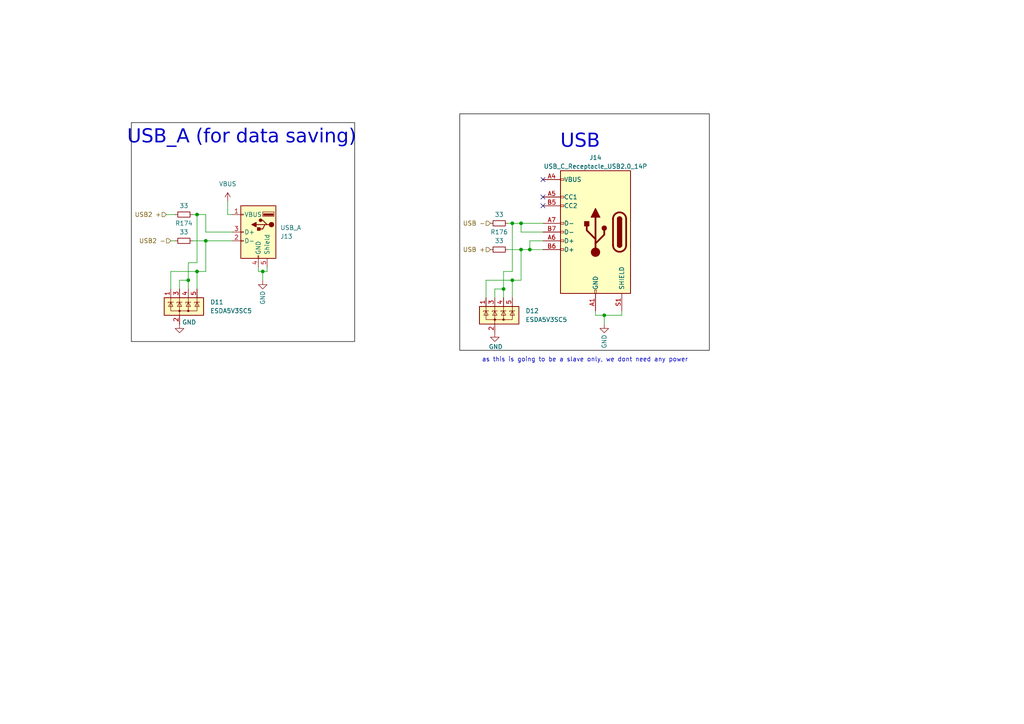
<source format=kicad_sch>
(kicad_sch (version 20231120) (generator "eeschema") (generator_version "8.0")
  (paper "A4")
  (lib_symbols
    (symbol "Connector:USB_A" (pin_names (offset 1.016))
      (property "Reference" "J13" (at -6.35 -1.2701 0))
      (property "Value" "USB_A" (at -6.35 1.2699 0))
      (symbol "USB_A_0_1"
        (rectangle (start -5.08 -7.62) (end 5.08 7.62) (stroke (width 0.254)) (fill (type background)))
        (circle (center -3.81 2.159) (radius 0.635) (stroke (width 0.254)) (fill (type outline)))
        (rectangle (start -1.524 4.826) (end -4.318 5.334) (fill (type outline)))
        (rectangle (start -1.27 4.572) (end -4.572 5.842))
        (circle (center -0.635 3.429) (radius 0.381) (stroke (width 0.254)) (fill (type outline)))
        (rectangle (start -0.127 -7.62) (end 0.127 -6.858))
        (polyline (pts (xy -3.175 2.159) (xy -2.54 2.159) (xy -1.27 3.429) (xy -0.635 3.429)) (stroke (width 0.254)))
        (polyline (pts (xy -2.54 2.159) (xy -1.905 2.159) (xy -1.27 0.889) (xy 0 0.889)) (stroke (width 0.254)))
        (polyline (pts (xy 0.635 2.794) (xy 0.635 1.524) (xy 1.905 2.159) (xy 0.635 2.794)) (stroke (width 0.254)) (fill (type outline)))
        (rectangle (start 0.254 1.27) (end -0.508 0.508) (stroke (width 0.254)) (fill (type outline)))
        (rectangle (start 5.08 -2.667) (end 4.318 -2.413))
        (rectangle (start 5.08 -0.127) (end 4.318 0.127))
        (rectangle (start 5.08 4.953) (end 4.318 5.207))
      )
      (symbol "USB_A_1_1"
        (polyline (pts (xy -1.905 2.159) (xy 0.635 2.159)) (stroke (width 0.254)))
        (pin passive line (at 7.62 5.08 180) (length 2.54) (name "VBUS") (number "1"))
        (pin bidirectional line (at 7.62 -2.54 180) (length 2.54) (name "D-") (number "2"))
        (pin bidirectional line (at 7.62 0 180) (length 2.54) (name "D+") (number "3"))
        (pin power_in line (at 0 -10.16 90) (length 2.54) (name "GND") (number "4"))
        (pin passive line (at -2.54 -10.16 90) (length 2.54) (name "Shield") (number "5"))
      )
    )
    (symbol "Connector:USB_C_Receptacle_USB2.0_14P" (pin_names (offset 1.016))
      (property "Reference" "J" (at 0 22.225 0))
      (property "Value" "USB_C_Receptacle_USB2.0_14P" (at 0 19.685 0))
      (symbol "USB_C_Receptacle_USB2.0_14P_0_0"
        (rectangle (start -0.254 -17.78) (end 0.254 -16.764))
        (rectangle (start 10.16 -4.826) (end 9.144 -5.334))
        (rectangle (start 10.16 -2.286) (end 9.144 -2.794))
        (rectangle (start 10.16 0.254) (end 9.144 -0.254))
        (rectangle (start 10.16 2.794) (end 9.144 2.286))
        (rectangle (start 10.16 7.874) (end 9.144 7.366))
        (rectangle (start 10.16 10.414) (end 9.144 9.906))
        (rectangle (start 10.16 15.494) (end 9.144 14.986))
      )
      (symbol "USB_C_Receptacle_USB2.0_14P_0_1"
        (rectangle (start -10.16 17.78) (end 10.16 -17.78) (stroke (width 0.254)) (fill (type background)))
        (arc (start -8.89 -3.81) (mid -6.985 -5.7067) (end -5.08 -3.81) (stroke (width 0.508)))
        (arc (start -7.62 -3.81) (mid -6.985 -4.4423) (end -6.35 -3.81) (stroke (width 0.254)))
        (arc (start -7.62 -3.81) (mid -6.985 -4.4423) (end -6.35 -3.81) (stroke (width 0.254)) (fill (type outline)))
        (rectangle (start -7.62 -3.81) (end -6.35 3.81) (stroke (width 0.254)) (fill (type outline)))
        (arc (start -6.35 3.81) (mid -6.985 4.4423) (end -7.62 3.81) (stroke (width 0.254)))
        (arc (start -6.35 3.81) (mid -6.985 4.4423) (end -7.62 3.81) (stroke (width 0.254)) (fill (type outline)))
        (arc (start -5.08 3.81) (mid -6.985 5.7067) (end -8.89 3.81) (stroke (width 0.508)))
        (circle (center -2.54 1.143) (radius 0.635) (stroke (width 0.254)) (fill (type outline)))
        (circle (center 0 -5.842) (radius 1.27) (fill (type outline)))
        (polyline (pts (xy -8.89 -3.81) (xy -8.89 3.81)) (stroke (width 0.508)))
        (polyline (pts (xy -5.08 3.81) (xy -5.08 -3.81)) (stroke (width 0.508)))
        (polyline (pts (xy 0 -5.842) (xy 0 4.318)) (stroke (width 0.508)))
        (polyline (pts (xy 0 -3.302) (xy -2.54 -0.762) (xy -2.54 0.508)) (stroke (width 0.508)))
        (polyline (pts (xy 0 -2.032) (xy 2.54 0.508) (xy 2.54 1.778)) (stroke (width 0.508)))
        (polyline (pts (xy -1.27 4.318) (xy 0 6.858) (xy 1.27 4.318) (xy -1.27 4.318)) (stroke (width 0.254)) (fill (type outline)))
        (rectangle (start 1.905 1.778) (end 3.175 3.048) (stroke (width 0.254)) (fill (type outline)))
      )
      (symbol "USB_C_Receptacle_USB2.0_14P_1_1"
        (pin passive line (at 0 -22.86 90) (length 5.08) (name "GND") (number "A1"))
        (pin passive line (at 0 -22.86 90) (length 5.08) hide (name "GND") (number "A12"))
        (pin passive line (at 15.24 15.24 180) (length 5.08) (name "VBUS") (number "A4"))
        (pin bidirectional line (at 15.24 10.16 180) (length 5.08) (name "CC1") (number "A5"))
        (pin bidirectional line (at 15.24 -2.54 180) (length 5.08) (name "D+") (number "A6"))
        (pin bidirectional line (at 15.24 2.54 180) (length 5.08) (name "D-") (number "A7"))
        (pin passive line (at 15.24 15.24 180) (length 5.08) hide (name "VBUS") (number "A9"))
        (pin passive line (at 0 -22.86 90) (length 5.08) hide (name "GND") (number "B1"))
        (pin passive line (at 0 -22.86 90) (length 5.08) hide (name "GND") (number "B12"))
        (pin passive line (at 15.24 15.24 180) (length 5.08) hide (name "VBUS") (number "B4"))
        (pin bidirectional line (at 15.24 7.62 180) (length 5.08) (name "CC2") (number "B5"))
        (pin bidirectional line (at 15.24 -5.08 180) (length 5.08) (name "D+") (number "B6"))
        (pin bidirectional line (at 15.24 0 180) (length 5.08) (name "D-") (number "B7"))
        (pin passive line (at 15.24 15.24 180) (length 5.08) hide (name "VBUS") (number "B9"))
        (pin passive line (at -7.62 -22.86 90) (length 5.08) (name "SHIELD") (number "S1"))
      )
    )
    (symbol "Device:R_Small" (pin_numbers hide) (pin_names (offset 0.254) hide)
      (property "Reference" "R" (at 0.762 0.508 0))
      (property "Value" "R_Small" (at 0.762 -1.016 0))
      (symbol "R_Small_0_1"
        (rectangle (start -0.762 1.778) (end 0.762 -1.778) (stroke (width 0.2032)))
      )
      (symbol "R_Small_1_1"
        (pin passive line (at 0 2.54 270) (length 0.762) (name "~") (number "1"))
        (pin passive line (at 0 -2.54 90) (length 0.762) (name "~") (number "2"))
      )
    )
    (symbol "GND_28" (power) (pin_names (offset 0))
      (property "Value" "GND" (at 0 -3.81 0))
      (symbol "GND_28_0_1"
        (polyline (pts (xy 0 0) (xy 0 -1.27) (xy 1.27 -1.27) (xy 0 -2.54) (xy -1.27 -1.27) (xy 0 -1.27)))
      )
      (symbol "GND_28_1_1"
        (pin power_in line (at 0 0 270) (length 0) hide (name "GND") (number "1"))
      )
    )
    (symbol "Power_Protection:ESDA5V3SC5" (pin_names hide)
      (property "Reference" "D" (at 7.62 2.54 0))
      (property "Value" "ESDA5V3SC5" (at 7.62 0.635 0))
      (symbol "ESDA5V3SC5_0_0"
        (pin passive line (at 0 -5.08 90) (length 2.54) (name "A") (number "2"))
      )
      (symbol "ESDA5V3SC5_0_1"
        (rectangle (start -4.445 2.54) (end 6.985 -2.54) (stroke (width 0.254)) (fill (type background)))
        (circle (center 0 -1.27) (radius 0.254) (fill (type outline)))
        (polyline (pts (xy -2.54 2.54) (xy -2.54 1.27)))
        (polyline (pts (xy 0 -1.27) (xy 0 -2.54)))
        (polyline (pts (xy 0 -1.27) (xy 0 1.27)))
        (polyline (pts (xy 0 2.54) (xy 0 1.27)))
        (polyline (pts (xy 2.54 2.54) (xy 2.54 1.27)))
        (polyline (pts (xy 5.08 2.54) (xy 5.08 1.27)))
        (polyline (pts (xy -3.302 1.016) (xy -3.302 1.27) (xy -1.778 1.27)))
        (polyline (pts (xy 0.762 1.27) (xy -0.762 1.27) (xy -0.762 1.016)))
        (polyline (pts (xy 5.08 1.27) (xy 5.08 -1.27) (xy 2.54 -1.27)))
        (polyline (pts (xy -2.54 1.27) (xy -2.54 -1.27) (xy 2.54 -1.27) (xy 2.54 1.27)))
        (polyline (pts (xy -2.54 1.27) (xy -1.905 0) (xy -3.175 0) (xy -2.54 1.27)))
        (polyline (pts (xy 0.635 0) (xy -0.635 0) (xy 0 1.27) (xy 0.635 0)))
        (polyline (pts (xy 1.778 1.016) (xy 1.778 1.27) (xy 3.175 1.27) (xy 3.302 1.27)))
        (polyline (pts (xy 2.54 1.27) (xy 1.905 0) (xy 3.175 0) (xy 2.54 1.27)))
        (polyline (pts (xy 4.318 1.016) (xy 4.318 1.27) (xy 5.715 1.27) (xy 5.842 1.27)))
        (polyline (pts (xy 5.08 1.27) (xy 4.445 0) (xy 5.715 0) (xy 5.08 1.27)))
        (circle (center 2.54 -1.27) (radius 0.254) (fill (type outline)))
      )
      (symbol "ESDA5V3SC5_1_1"
        (pin passive line (at -2.54 5.08 270) (length 2.54) (name "K") (number "1"))
        (pin passive line (at 0 5.08 270) (length 2.54) (name "K") (number "3"))
        (pin passive line (at 2.54 5.08 270) (length 2.54) (name "K") (number "4"))
        (pin passive line (at 5.08 5.08 270) (length 2.54) (name "K") (number "5"))
      )
    )
    (symbol "power:GND" (power) (pin_numbers hide) (pin_names (offset 0) hide)
      (property "Value" "GND" (at 0 -3.81 0))
      (symbol "GND_0_1"
        (polyline (pts (xy 0 0) (xy 0 -1.27) (xy 1.27 -1.27) (xy 0 -2.54) (xy -1.27 -1.27) (xy 0 -1.27)))
      )
      (symbol "GND_1_1"
        (pin power_in line (at 0 0 270) (length 0) (name "~") (number "1"))
      )
    )
    (symbol "power:VBUS" (power) (pin_numbers hide) (pin_names (offset 0) hide)
      (property "Value" "VBUS" (at 0 3.556 0))
      (symbol "VBUS_0_1"
        (polyline (pts (xy -0.762 1.27) (xy 0 2.54)))
        (polyline (pts (xy 0 0) (xy 0 2.54)))
        (polyline (pts (xy 0 2.54) (xy 0.762 1.27)))
      )
      (symbol "VBUS_1_1"
        (pin power_in line (at 0 0 90) (length 0) (name "~") (number "1"))
      )
    )
  )
  (junction (at 59.69 69.85))
  (junction (at 148.59 64.77))
  (junction (at 148.59 81.28))
  (junction (at 146.05 83.82))
  (junction (at 151.13 72.39))
  (junction (at 57.15 62.23))
  (junction (at 175.26 91.44))
  (junction (at 57.15 78.74))
  (junction (at 54.61 81.28))
  (junction (at 153.67 72.39))
  (junction (at 151.13 64.77))
  (junction (at 76.2 78.74))
  (no_connect (at 157.48 59.69))
  (no_connect (at 157.48 57.15))
  (no_connect (at 157.48 52.07))
  (wire (pts (xy 147.32 64.77) (xy 148.59 64.77)))
  (wire (pts (xy 146.05 78.74) (xy 146.05 83.82)))
  (wire (pts (xy 140.97 81.28) (xy 148.59 81.28)))
  (wire (pts (xy 151.13 72.39) (xy 147.32 72.39)))
  (wire (pts (xy 57.15 78.74) (xy 59.69 78.74)))
  (wire (pts (xy 76.2 78.74) (xy 74.93 78.74)))
  (wire (pts (xy 59.69 69.85) (xy 67.31 69.85)))
  (wire (pts (xy 57.15 78.74) (xy 57.15 83.82)))
  (wire (pts (xy 153.67 72.39) (xy 151.13 72.39)))
  (wire (pts (xy 157.48 67.31) (xy 151.13 67.31)))
  (wire (pts (xy 146.05 78.74) (xy 148.59 78.74)))
  (wire (pts (xy 172.72 91.44) (xy 172.72 90.17)))
  (wire (pts (xy 143.51 86.36) (xy 143.51 83.82)))
  (wire (pts (xy 49.53 78.74) (xy 57.15 78.74)))
  (wire (pts (xy 180.34 91.44) (xy 175.26 91.44)))
  (wire (pts (xy 55.88 62.23) (xy 57.15 62.23)))
  (wire (pts (xy 66.04 62.23) (xy 66.04 58.42)))
  (wire (pts (xy 175.26 91.44) (xy 172.72 91.44)))
  (wire (pts (xy 76.2 81.28) (xy 76.2 78.74)))
  (wire (pts (xy 54.61 76.2) (xy 57.15 76.2)))
  (wire (pts (xy 175.26 93.98) (xy 175.26 91.44)))
  (wire (pts (xy 52.07 83.82) (xy 52.07 81.28)))
  (wire (pts (xy 59.69 62.23) (xy 59.69 67.31)))
  (wire (pts (xy 151.13 67.31) (xy 151.13 64.77)))
  (wire (pts (xy 54.61 76.2) (xy 54.61 81.28)))
  (wire (pts (xy 146.05 83.82) (xy 146.05 86.36)))
  (wire (pts (xy 148.59 81.28) (xy 151.13 81.28)))
  (wire (pts (xy 148.59 81.28) (xy 148.59 86.36)))
  (wire (pts (xy 153.67 69.85) (xy 153.67 72.39)))
  (wire (pts (xy 180.34 90.17) (xy 180.34 91.44)))
  (wire (pts (xy 77.47 78.74) (xy 76.2 78.74)))
  (wire (pts (xy 151.13 64.77) (xy 157.48 64.77)))
  (wire (pts (xy 48.26 62.23) (xy 50.8 62.23)))
  (wire (pts (xy 52.07 81.28) (xy 54.61 81.28)))
  (wire (pts (xy 74.93 77.47) (xy 74.93 78.74)))
  (wire (pts (xy 49.53 69.85) (xy 50.8 69.85)))
  (wire (pts (xy 59.69 78.74) (xy 59.69 69.85)))
  (wire (pts (xy 148.59 78.74) (xy 148.59 64.77)))
  (wire (pts (xy 49.53 83.82) (xy 49.53 78.74)))
  (wire (pts (xy 59.69 69.85) (xy 55.88 69.85)))
  (wire (pts (xy 77.47 77.47) (xy 77.47 78.74)))
  (wire (pts (xy 57.15 62.23) (xy 59.69 62.23)))
  (wire (pts (xy 151.13 81.28) (xy 151.13 72.39)))
  (wire (pts (xy 148.59 64.77) (xy 151.13 64.77)))
  (wire (pts (xy 143.51 83.82) (xy 146.05 83.82)))
  (wire (pts (xy 157.48 69.85) (xy 153.67 69.85)))
  (wire (pts (xy 140.97 86.36) (xy 140.97 81.28)))
  (wire (pts (xy 59.69 67.31) (xy 67.31 67.31)))
  (wire (pts (xy 54.61 81.28) (xy 54.61 83.82)))
  (wire (pts (xy 57.15 76.2) (xy 57.15 62.23)))
  (wire (pts (xy 153.67 72.39) (xy 157.48 72.39)))
  (wire (pts (xy 67.31 62.23) (xy 66.04 62.23)))
  (rectangle (start 38.1 35.56) (end 102.87 99.06) (stroke (width 0) (color 0 0 0 1)))
  (rectangle (start 133.35 33.02) (end 205.74 101.6) (stroke (width 0) (color 0 0 0 1)))
  (text "as this is going to be a slave only, we dont need any power\n" (at 169.672 104.394 0) (effects (font (size 1.27 1.27))))
  (text "USB_A (for data saving)\n" (at 70.104 40.894 0) (effects (font (size 4 4))))
  (text "USB " (at 169.164 42.164 0) (effects (font (size 4 4))))
  (hierarchical_label "USB2 +" (shape input) (at 48.26 62.23 180))
  (hierarchical_label "USB2 -" (shape input) (at 49.53 69.85 180))
  (hierarchical_label "USB +" (shape input) (at 142.24 72.39 180))
  (hierarchical_label "USB -" (shape input) (at 142.24 64.77 180))
  (symbol (lib_id "Device:R_Small") (at 144.78 64.77 90) (mirror x) (unit 1)
    (property "Reference" "R175" (effects (hide yes)))
    (property "Value" "33" (at 144.78 62.23 90))
    (property "Footprint" "Resistor_SMD:R_0603_1608Metric" (effects (hide yes)))
    (property "Datasheet" "https://www.mouser.pl/ProductDetail/ROHM-Semiconductor/SFR03EZPJ330?qs=sGAEpiMZZMvdGkrng054t7z4BkURc4Lzjs7BJ2Y0jyXHdhQ8owrgaw%3D%3D" (effects (hide yes)))
    (property "Manufacturer_Name" "--" (effects (hide yes)))
    (property "Manufacturer_Part_Number" "--" (effects (hide yes)))
    (property "Mouser Part Number" "71-CRCW060333R0FKEC" (effects (hide yes)))
  )
  (symbol (lib_id "Power_Protection:ESDA5V3SC5") (at 143.51 91.44 0) (unit 1)
    (property "Reference" "D12" (at 152.4 90.1699 0) (effects (justify left)))
    (property "Value" "ESDA5V3SC5" (at 152.4 92.7099 0) (effects (justify left)))
    (property "Footprint" "Package_TO_SOT_SMD:SOT-23-5" (effects (hide yes)))
    (property "Datasheet" "https://www.st.com/resource/en/datasheet/esda5v3sc6.pdf" (effects (hide yes)))
    (property "Description" "Quad TVS Diode Array, 5.3V Standoff, 4 Channels, 400W, ±30kV, SOT-23-5" (effects (hide yes)))
  )
  (symbol (lib_id "power:GND") (at 143.51 96.52 0) (unit 1)
    (property "Reference" "#PWR0135" (effects (hide yes)))
    (property "Value" "GND" (at 143.764 100.584 0))
    (property "Description" "Power symbol creates a global label with name \"GND\" , ground" (effects (hide yes)))
  )
  (symbol (lib_name "GND_28") (lib_id "power:GND") (at 76.2 81.28 0) (mirror y) (unit 1)
    (property "Reference" "#PWR0134" (effects (hide yes)))
    (property "Value" "GND" (at 76.2 86.36 90))
  )
  (symbol (lib_id "Device:R_Small") (at 53.34 69.85 90) (mirror x) (unit 1)
    (property "Reference" "R174" (at 53.34 64.77 90))
    (property "Value" "33" (at 53.34 67.31 90))
    (property "Footprint" "Resistor_SMD:R_0603_1608Metric" (effects (hide yes)))
    (property "Datasheet" "https://www.mouser.pl/ProductDetail/ROHM-Semiconductor/SFR03EZPJ330?qs=sGAEpiMZZMvdGkrng054t7z4BkURc4Lzjs7BJ2Y0jyXHdhQ8owrgaw%3D%3D" (effects (hide yes)))
    (property "Manufacturer_Name" "--" (effects (hide yes)))
    (property "Manufacturer_Part_Number" "--" (effects (hide yes)))
    (property "Mouser Part Number" "71-CRCW060333R0FKEC" (effects (hide yes)))
  )
  (symbol (lib_id "Device:R_Small") (at 53.34 62.23 90) (mirror x) (unit 1)
    (property "Reference" "R173" (effects (hide yes)))
    (property "Value" "33" (at 53.34 59.69 90))
    (property "Footprint" "Resistor_SMD:R_0603_1608Metric" (effects (hide yes)))
    (property "Datasheet" "https://www.mouser.pl/ProductDetail/ROHM-Semiconductor/SFR03EZPJ330?qs=sGAEpiMZZMvdGkrng054t7z4BkURc4Lzjs7BJ2Y0jyXHdhQ8owrgaw%3D%3D" (effects (hide yes)))
    (property "Manufacturer_Name" "--" (effects (hide yes)))
    (property "Manufacturer_Part_Number" "--" (effects (hide yes)))
    (property "Mouser Part Number" "71-CRCW060333R0FKEC" (effects (hide yes)))
  )
  (symbol (lib_id "Connector:USB_A") (at 74.93 67.31 0) (mirror y) (unit 1)
    (property "Reference" "J13" (at 81.28 68.5801 0) (effects (justify right)))
    (property "Value" "USB_A" (at 81.28 66.0401 0) (effects (justify right)))
    (property "Footprint" "footrpint:USB1046GF0190LBA" (effects (hide yes)))
    (property "Datasheet" "https://www.mouser.pl/ProductDetail/GCT/USB1046-GF-0190-L-B-A?qs=KUoIvG%2F9IlbZOJtEsn1unA%3D%3D" (effects (hide yes)))
    (property "Description" "USB Type A connector" (effects (hide yes)))
  )
  (symbol (lib_id "Connector:USB_C_Receptacle_USB2.0_14P") (at 172.72 67.31 0) (mirror y) (unit 1)
    (property "Reference" "J14" (at 172.72 45.72 0))
    (property "Value" "USB_C_Receptacle_USB2.0_14P" (at 172.72 48.26 0))
    (property "Footprint" "Connector_USB:USB_C_Receptacle_GCT_USB4110" (effects (hide yes)))
    (property "Datasheet" "https://www.usb.org/sites/default/files/documents/usb_type-c.zip" (effects (hide yes)))
    (property "Description" "USB 2.0-only 14P Type-C Receptacle connector" (effects (hide yes)))
    (property "Mouser Part Number" "656-DX07S0024WJ3R400" (effects (hide yes)))
  )
  (symbol (lib_id "power:VBUS") (at 66.04 58.42 0) (unit 1)
    (property "Reference" "#PWR035" (effects (hide yes)))
    (property "Value" "VBUS" (at 66.04 53.34 0))
    (property "Description" "Power symbol creates a global label with name \"VBUS\"" (effects (hide yes)))
  )
  (symbol (lib_id "Device:R_Small") (at 144.78 72.39 90) (mirror x) (unit 1)
    (property "Reference" "R176" (at 144.78 67.31 90))
    (property "Value" "33" (at 144.78 69.85 90))
    (property "Footprint" "Resistor_SMD:R_0603_1608Metric" (effects (hide yes)))
    (property "Datasheet" "https://www.mouser.pl/ProductDetail/ROHM-Semiconductor/SFR03EZPJ330?qs=sGAEpiMZZMvdGkrng054t7z4BkURc4Lzjs7BJ2Y0jyXHdhQ8owrgaw%3D%3D" (effects (hide yes)))
    (property "Manufacturer_Name" "--" (effects (hide yes)))
    (property "Manufacturer_Part_Number" "--" (effects (hide yes)))
    (property "Mouser Part Number" "71-CRCW060333R0FKEC" (effects (hide yes)))
  )
  (symbol (lib_id "Power_Protection:ESDA5V3SC5") (at 52.07 88.9 0) (unit 1)
    (property "Reference" "D11" (at 60.96 87.6299 0) (effects (justify left)))
    (property "Value" "ESDA5V3SC5" (at 60.96 90.1699 0) (effects (justify left)))
    (property "Footprint" "Package_TO_SOT_SMD:SOT-23-5" (effects (hide yes)))
    (property "Datasheet" "https://www.st.com/resource/en/datasheet/esda5v3sc6.pdf" (effects (hide yes)))
    (property "Description" "Quad TVS Diode Array, 5.3V Standoff, 4 Channels, 400W, ±30kV, SOT-23-5" (effects (hide yes)))
  )
  (symbol (lib_id "power:GND") (at 52.07 93.98 0) (unit 1)
    (property "Reference" "#PWR0132" (effects (hide yes)))
    (property "Value" "GND" (at 54.864 93.472 0))
    (property "Description" "Power symbol creates a global label with name \"GND\" , ground" (effects (hide yes)))
  )
  (symbol (lib_name "GND_28") (lib_id "power:GND") (at 175.26 93.98 0) (mirror y) (unit 1)
    (property "Reference" "#PWR0136" (effects (hide yes)))
    (property "Value" "GND" (at 175.26 99.06 90))
  )
)
</source>
